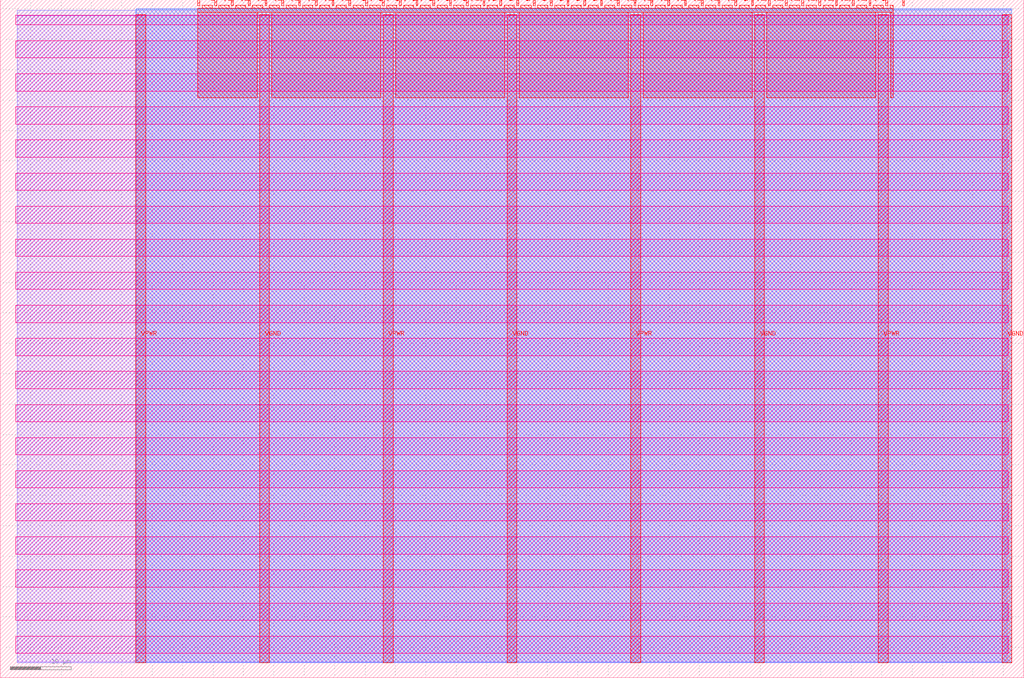
<source format=lef>
VERSION 5.7 ;
  NOWIREEXTENSIONATPIN ON ;
  DIVIDERCHAR "/" ;
  BUSBITCHARS "[]" ;
MACRO tt_um_if_dup
  CLASS BLOCK ;
  FOREIGN tt_um_if_dup ;
  ORIGIN 0.000 0.000 ;
  SIZE 168.360 BY 111.520 ;
  PIN VGND
    DIRECTION INOUT ;
    USE GROUND ;
    PORT
      LAYER met4 ;
        RECT 42.670 2.480 44.270 109.040 ;
    END
    PORT
      LAYER met4 ;
        RECT 83.380 2.480 84.980 109.040 ;
    END
    PORT
      LAYER met4 ;
        RECT 124.090 2.480 125.690 109.040 ;
    END
    PORT
      LAYER met4 ;
        RECT 164.800 2.480 166.400 109.040 ;
    END
  END VGND
  PIN VPWR
    DIRECTION INOUT ;
    USE POWER ;
    PORT
      LAYER met4 ;
        RECT 22.315 2.480 23.915 109.040 ;
    END
    PORT
      LAYER met4 ;
        RECT 63.025 2.480 64.625 109.040 ;
    END
    PORT
      LAYER met4 ;
        RECT 103.735 2.480 105.335 109.040 ;
    END
    PORT
      LAYER met4 ;
        RECT 144.445 2.480 146.045 109.040 ;
    END
  END VPWR
  PIN clk
    DIRECTION INPUT ;
    USE SIGNAL ;
    ANTENNAGATEAREA 0.852000 ;
    PORT
      LAYER met4 ;
        RECT 145.670 110.520 145.970 111.520 ;
    END
  END clk
  PIN ena
    DIRECTION INPUT ;
    USE SIGNAL ;
    PORT
      LAYER met4 ;
        RECT 148.430 110.520 148.730 111.520 ;
    END
  END ena
  PIN rst_n
    DIRECTION INPUT ;
    USE SIGNAL ;
    ANTENNAGATEAREA 0.196500 ;
    PORT
      LAYER met4 ;
        RECT 142.910 110.520 143.210 111.520 ;
    END
  END rst_n
  PIN ui_in[0]
    DIRECTION INPUT ;
    USE SIGNAL ;
    ANTENNAGATEAREA 0.196500 ;
    PORT
      LAYER met4 ;
        RECT 140.150 110.520 140.450 111.520 ;
    END
  END ui_in[0]
  PIN ui_in[1]
    DIRECTION INPUT ;
    USE SIGNAL ;
    ANTENNAGATEAREA 0.196500 ;
    PORT
      LAYER met4 ;
        RECT 137.390 110.520 137.690 111.520 ;
    END
  END ui_in[1]
  PIN ui_in[2]
    DIRECTION INPUT ;
    USE SIGNAL ;
    ANTENNAGATEAREA 0.196500 ;
    PORT
      LAYER met4 ;
        RECT 134.630 110.520 134.930 111.520 ;
    END
  END ui_in[2]
  PIN ui_in[3]
    DIRECTION INPUT ;
    USE SIGNAL ;
    ANTENNAGATEAREA 0.196500 ;
    PORT
      LAYER met4 ;
        RECT 131.870 110.520 132.170 111.520 ;
    END
  END ui_in[3]
  PIN ui_in[4]
    DIRECTION INPUT ;
    USE SIGNAL ;
    ANTENNAGATEAREA 0.196500 ;
    PORT
      LAYER met4 ;
        RECT 129.110 110.520 129.410 111.520 ;
    END
  END ui_in[4]
  PIN ui_in[5]
    DIRECTION INPUT ;
    USE SIGNAL ;
    ANTENNAGATEAREA 0.196500 ;
    PORT
      LAYER met4 ;
        RECT 126.350 110.520 126.650 111.520 ;
    END
  END ui_in[5]
  PIN ui_in[6]
    DIRECTION INPUT ;
    USE SIGNAL ;
    ANTENNAGATEAREA 0.196500 ;
    PORT
      LAYER met4 ;
        RECT 123.590 110.520 123.890 111.520 ;
    END
  END ui_in[6]
  PIN ui_in[7]
    DIRECTION INPUT ;
    USE SIGNAL ;
    ANTENNAGATEAREA 0.196500 ;
    PORT
      LAYER met4 ;
        RECT 120.830 110.520 121.130 111.520 ;
    END
  END ui_in[7]
  PIN uio_in[0]
    DIRECTION INPUT ;
    USE SIGNAL ;
    PORT
      LAYER met4 ;
        RECT 118.070 110.520 118.370 111.520 ;
    END
  END uio_in[0]
  PIN uio_in[1]
    DIRECTION INPUT ;
    USE SIGNAL ;
    PORT
      LAYER met4 ;
        RECT 115.310 110.520 115.610 111.520 ;
    END
  END uio_in[1]
  PIN uio_in[2]
    DIRECTION INPUT ;
    USE SIGNAL ;
    PORT
      LAYER met4 ;
        RECT 112.550 110.520 112.850 111.520 ;
    END
  END uio_in[2]
  PIN uio_in[3]
    DIRECTION INPUT ;
    USE SIGNAL ;
    PORT
      LAYER met4 ;
        RECT 109.790 110.520 110.090 111.520 ;
    END
  END uio_in[3]
  PIN uio_in[4]
    DIRECTION INPUT ;
    USE SIGNAL ;
    PORT
      LAYER met4 ;
        RECT 107.030 110.520 107.330 111.520 ;
    END
  END uio_in[4]
  PIN uio_in[5]
    DIRECTION INPUT ;
    USE SIGNAL ;
    PORT
      LAYER met4 ;
        RECT 104.270 110.520 104.570 111.520 ;
    END
  END uio_in[5]
  PIN uio_in[6]
    DIRECTION INPUT ;
    USE SIGNAL ;
    PORT
      LAYER met4 ;
        RECT 101.510 110.520 101.810 111.520 ;
    END
  END uio_in[6]
  PIN uio_in[7]
    DIRECTION INPUT ;
    USE SIGNAL ;
    PORT
      LAYER met4 ;
        RECT 98.750 110.520 99.050 111.520 ;
    END
  END uio_in[7]
  PIN uio_oe[0]
    DIRECTION OUTPUT TRISTATE ;
    USE SIGNAL ;
    PORT
      LAYER met4 ;
        RECT 51.830 110.520 52.130 111.520 ;
    END
  END uio_oe[0]
  PIN uio_oe[1]
    DIRECTION OUTPUT TRISTATE ;
    USE SIGNAL ;
    PORT
      LAYER met4 ;
        RECT 49.070 110.520 49.370 111.520 ;
    END
  END uio_oe[1]
  PIN uio_oe[2]
    DIRECTION OUTPUT TRISTATE ;
    USE SIGNAL ;
    PORT
      LAYER met4 ;
        RECT 46.310 110.520 46.610 111.520 ;
    END
  END uio_oe[2]
  PIN uio_oe[3]
    DIRECTION OUTPUT TRISTATE ;
    USE SIGNAL ;
    PORT
      LAYER met4 ;
        RECT 43.550 110.520 43.850 111.520 ;
    END
  END uio_oe[3]
  PIN uio_oe[4]
    DIRECTION OUTPUT TRISTATE ;
    USE SIGNAL ;
    PORT
      LAYER met4 ;
        RECT 40.790 110.520 41.090 111.520 ;
    END
  END uio_oe[4]
  PIN uio_oe[5]
    DIRECTION OUTPUT TRISTATE ;
    USE SIGNAL ;
    PORT
      LAYER met4 ;
        RECT 38.030 110.520 38.330 111.520 ;
    END
  END uio_oe[5]
  PIN uio_oe[6]
    DIRECTION OUTPUT TRISTATE ;
    USE SIGNAL ;
    PORT
      LAYER met4 ;
        RECT 35.270 110.520 35.570 111.520 ;
    END
  END uio_oe[6]
  PIN uio_oe[7]
    DIRECTION OUTPUT TRISTATE ;
    USE SIGNAL ;
    PORT
      LAYER met4 ;
        RECT 32.510 110.520 32.810 111.520 ;
    END
  END uio_oe[7]
  PIN uio_out[0]
    DIRECTION OUTPUT TRISTATE ;
    USE SIGNAL ;
    PORT
      LAYER met4 ;
        RECT 73.910 110.520 74.210 111.520 ;
    END
  END uio_out[0]
  PIN uio_out[1]
    DIRECTION OUTPUT TRISTATE ;
    USE SIGNAL ;
    PORT
      LAYER met4 ;
        RECT 71.150 110.520 71.450 111.520 ;
    END
  END uio_out[1]
  PIN uio_out[2]
    DIRECTION OUTPUT TRISTATE ;
    USE SIGNAL ;
    PORT
      LAYER met4 ;
        RECT 68.390 110.520 68.690 111.520 ;
    END
  END uio_out[2]
  PIN uio_out[3]
    DIRECTION OUTPUT TRISTATE ;
    USE SIGNAL ;
    PORT
      LAYER met4 ;
        RECT 65.630 110.520 65.930 111.520 ;
    END
  END uio_out[3]
  PIN uio_out[4]
    DIRECTION OUTPUT TRISTATE ;
    USE SIGNAL ;
    PORT
      LAYER met4 ;
        RECT 62.870 110.520 63.170 111.520 ;
    END
  END uio_out[4]
  PIN uio_out[5]
    DIRECTION OUTPUT TRISTATE ;
    USE SIGNAL ;
    PORT
      LAYER met4 ;
        RECT 60.110 110.520 60.410 111.520 ;
    END
  END uio_out[5]
  PIN uio_out[6]
    DIRECTION OUTPUT TRISTATE ;
    USE SIGNAL ;
    PORT
      LAYER met4 ;
        RECT 57.350 110.520 57.650 111.520 ;
    END
  END uio_out[6]
  PIN uio_out[7]
    DIRECTION OUTPUT TRISTATE ;
    USE SIGNAL ;
    ANTENNADIFFAREA 0.795200 ;
    PORT
      LAYER met4 ;
        RECT 54.590 110.520 54.890 111.520 ;
    END
  END uio_out[7]
  PIN uo_out[0]
    DIRECTION OUTPUT TRISTATE ;
    USE SIGNAL ;
    ANTENNAGATEAREA 0.373500 ;
    ANTENNADIFFAREA 0.891000 ;
    PORT
      LAYER met4 ;
        RECT 95.990 110.520 96.290 111.520 ;
    END
  END uo_out[0]
  PIN uo_out[1]
    DIRECTION OUTPUT TRISTATE ;
    USE SIGNAL ;
    ANTENNAGATEAREA 1.237500 ;
    ANTENNADIFFAREA 0.891000 ;
    PORT
      LAYER met4 ;
        RECT 93.230 110.520 93.530 111.520 ;
    END
  END uo_out[1]
  PIN uo_out[2]
    DIRECTION OUTPUT TRISTATE ;
    USE SIGNAL ;
    ANTENNAGATEAREA 0.373500 ;
    ANTENNADIFFAREA 0.891000 ;
    PORT
      LAYER met4 ;
        RECT 90.470 110.520 90.770 111.520 ;
    END
  END uo_out[2]
  PIN uo_out[3]
    DIRECTION OUTPUT TRISTATE ;
    USE SIGNAL ;
    ANTENNAGATEAREA 0.868500 ;
    ANTENNADIFFAREA 0.891000 ;
    PORT
      LAYER met4 ;
        RECT 87.710 110.520 88.010 111.520 ;
    END
  END uo_out[3]
  PIN uo_out[4]
    DIRECTION OUTPUT TRISTATE ;
    USE SIGNAL ;
    ANTENNAGATEAREA 0.621000 ;
    ANTENNADIFFAREA 0.891000 ;
    PORT
      LAYER met4 ;
        RECT 84.950 110.520 85.250 111.520 ;
    END
  END uo_out[4]
  PIN uo_out[5]
    DIRECTION OUTPUT TRISTATE ;
    USE SIGNAL ;
    ANTENNAGATEAREA 0.621000 ;
    ANTENNADIFFAREA 0.891000 ;
    PORT
      LAYER met4 ;
        RECT 82.190 110.520 82.490 111.520 ;
    END
  END uo_out[5]
  PIN uo_out[6]
    DIRECTION OUTPUT TRISTATE ;
    USE SIGNAL ;
    ANTENNAGATEAREA 0.747000 ;
    ANTENNADIFFAREA 0.891000 ;
    PORT
      LAYER met4 ;
        RECT 79.430 110.520 79.730 111.520 ;
    END
  END uo_out[6]
  PIN uo_out[7]
    DIRECTION OUTPUT TRISTATE ;
    USE SIGNAL ;
    ANTENNAGATEAREA 0.621000 ;
    ANTENNADIFFAREA 0.891000 ;
    PORT
      LAYER met4 ;
        RECT 76.670 110.520 76.970 111.520 ;
    END
  END uo_out[7]
  OBS
      LAYER nwell ;
        RECT 2.570 107.385 165.790 108.990 ;
        RECT 2.570 101.945 165.790 104.775 ;
        RECT 2.570 96.505 165.790 99.335 ;
        RECT 2.570 91.065 165.790 93.895 ;
        RECT 2.570 85.625 165.790 88.455 ;
        RECT 2.570 80.185 165.790 83.015 ;
        RECT 2.570 74.745 165.790 77.575 ;
        RECT 2.570 69.305 165.790 72.135 ;
        RECT 2.570 63.865 165.790 66.695 ;
        RECT 2.570 58.425 165.790 61.255 ;
        RECT 2.570 52.985 165.790 55.815 ;
        RECT 2.570 47.545 165.790 50.375 ;
        RECT 2.570 42.105 165.790 44.935 ;
        RECT 2.570 36.665 165.790 39.495 ;
        RECT 2.570 31.225 165.790 34.055 ;
        RECT 2.570 25.785 165.790 28.615 ;
        RECT 2.570 20.345 165.790 23.175 ;
        RECT 2.570 14.905 165.790 17.735 ;
        RECT 2.570 9.465 165.790 12.295 ;
        RECT 2.570 4.025 165.790 6.855 ;
      LAYER li1 ;
        RECT 2.760 2.635 165.600 108.885 ;
      LAYER met1 ;
        RECT 2.760 2.480 166.400 109.780 ;
      LAYER met2 ;
        RECT 22.345 2.535 166.370 110.005 ;
      LAYER met3 ;
        RECT 22.325 2.555 166.390 109.985 ;
      LAYER met4 ;
        RECT 33.210 110.120 34.870 110.650 ;
        RECT 35.970 110.120 37.630 110.650 ;
        RECT 38.730 110.120 40.390 110.650 ;
        RECT 41.490 110.120 43.150 110.650 ;
        RECT 44.250 110.120 45.910 110.650 ;
        RECT 47.010 110.120 48.670 110.650 ;
        RECT 49.770 110.120 51.430 110.650 ;
        RECT 52.530 110.120 54.190 110.650 ;
        RECT 55.290 110.120 56.950 110.650 ;
        RECT 58.050 110.120 59.710 110.650 ;
        RECT 60.810 110.120 62.470 110.650 ;
        RECT 63.570 110.120 65.230 110.650 ;
        RECT 66.330 110.120 67.990 110.650 ;
        RECT 69.090 110.120 70.750 110.650 ;
        RECT 71.850 110.120 73.510 110.650 ;
        RECT 74.610 110.120 76.270 110.650 ;
        RECT 77.370 110.120 79.030 110.650 ;
        RECT 80.130 110.120 81.790 110.650 ;
        RECT 82.890 110.120 84.550 110.650 ;
        RECT 85.650 110.120 87.310 110.650 ;
        RECT 88.410 110.120 90.070 110.650 ;
        RECT 91.170 110.120 92.830 110.650 ;
        RECT 93.930 110.120 95.590 110.650 ;
        RECT 96.690 110.120 98.350 110.650 ;
        RECT 99.450 110.120 101.110 110.650 ;
        RECT 102.210 110.120 103.870 110.650 ;
        RECT 104.970 110.120 106.630 110.650 ;
        RECT 107.730 110.120 109.390 110.650 ;
        RECT 110.490 110.120 112.150 110.650 ;
        RECT 113.250 110.120 114.910 110.650 ;
        RECT 116.010 110.120 117.670 110.650 ;
        RECT 118.770 110.120 120.430 110.650 ;
        RECT 121.530 110.120 123.190 110.650 ;
        RECT 124.290 110.120 125.950 110.650 ;
        RECT 127.050 110.120 128.710 110.650 ;
        RECT 129.810 110.120 131.470 110.650 ;
        RECT 132.570 110.120 134.230 110.650 ;
        RECT 135.330 110.120 136.990 110.650 ;
        RECT 138.090 110.120 139.750 110.650 ;
        RECT 140.850 110.120 142.510 110.650 ;
        RECT 143.610 110.120 145.270 110.650 ;
        RECT 146.370 110.120 146.905 110.650 ;
        RECT 32.495 109.440 146.905 110.120 ;
        RECT 32.495 95.375 42.270 109.440 ;
        RECT 44.670 95.375 62.625 109.440 ;
        RECT 65.025 95.375 82.980 109.440 ;
        RECT 85.380 95.375 103.335 109.440 ;
        RECT 105.735 95.375 123.690 109.440 ;
        RECT 126.090 95.375 144.045 109.440 ;
        RECT 146.445 95.375 146.905 109.440 ;
  END
END tt_um_if_dup
END LIBRARY


</source>
